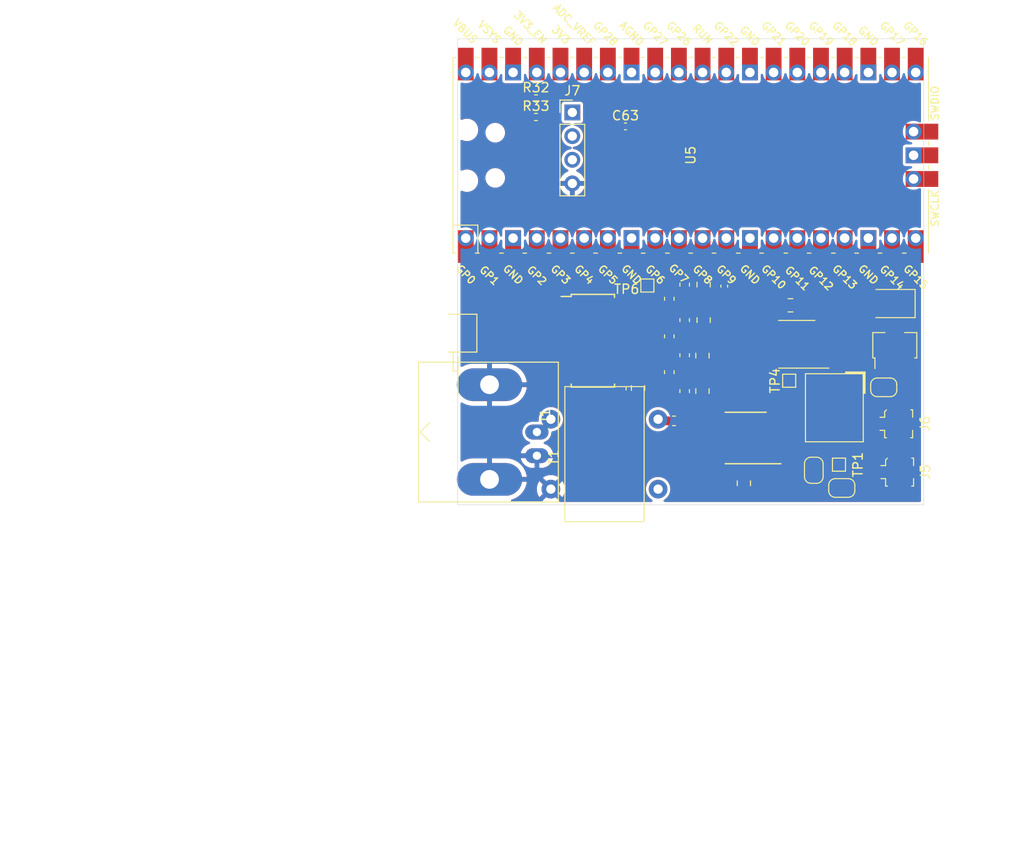
<source format=kicad_pcb>
(kicad_pcb (version 20210623) (generator pcbnew)
  (layers (0 "F.Cu" signal) (31 "B.Cu" signal) (34 "B.Paste" user) (35 "F.Paste" user) (36 "B.SilkS" user "B.Silkscreen") (37 "F.SilkS" user "F.Silkscreen") (38 "B.Mask" user) (39 "F.Mask" user) (44 "Edge.Cuts" user))
  (net 0 "")
  (net 1 "RF_DDS")
  (net 2 "GND")
  (net 3 "PSEL1")
  (net 4 "Net-(C13-Pad2)")
  (net 5 "PSEL0")
  (net 6 "Net-(C18-Pad1)")
  (net 7 "Net-(C4-Pad2)")
  (net 8 "Net-(C7-Pad2)")
  (net 9 "Net-(C10-Pad2)")
  (net 10 "Net-(C17-Pad2)")
  (net 11 "Net-(C11-Pad2)")
  (net 12 "5V_DIGITAL")
  (net 13 "FSELECT")
  (net 14 "Net-(C27-Pad1)")
  (net 15 "Net-(C36-Pad1)")
  (net 16 "Net-(T1-Pad2)")
  (net 17 "Net-(T1-Pad1)")
  (net 18 "5V_ANALOG")
  (net 19 "Net-(JP1-Pad1)")
  (net 20 "/DDSSynthesizer/MCLK")
  (net 21 "Net-(C47-Pad2)")
  (net 22 "Net-(C41-Pad1)")
  (net 23 "Net-(J6-Pad1)")
  (net 24 "Net-(JP2-Pad2)")
  (net 25 "Net-(C51-Pad2)")
  (net 26 "9V")
  (net 27 "Net-(C17-Pad1)")
  (net 28 "Net-(C15-Pad2)")
  (net 29 "Net-(C52-Pad1)")
  (net 30 "Net-(R44-Pad1)")
  (net 31 "Net-(C1-Pad2)")
  (net 33 "SPI1_MOSI")
  (net 34 "SPI1_SCK")
  (net 77 "SCL")
  (net 78 "SDA")
  (footprint "Resistor_SMD:R_0402_1005Metric" (layer "F.Cu") (at 133 90.815 -90)
    (fp_text reference "R1" hide)
    (fp_text value "49R9")
    (pad "1" smd roundrect locked (at -0.485 0 270) (size 0.59 0.64) (layers "F.Cu" "F.Paste" "F.Mask") (net 9 "Net-(C10-Pad2)"))
    (pad "2" smd roundrect locked (at 0.485 0 270) (size 0.59 0.64) (layers "F.Cu" "F.Paste" "F.Mask") (net 2 "GND"))
  )
  (footprint "Resistor_SMD:R_0402_1005Metric" (layer "F.Cu") (at 130.8 94)
    (fp_text reference "R2" hide)
    (fp_text value "10k")
    (pad "1" smd roundrect locked (at -0.485 0) (size 0.59 0.64) (layers "F.Cu" "F.Paste" "F.Mask") (net 2 "GND"))
    (pad "2" smd roundrect locked (at 0.485 0) (size 0.59 0.64) (layers "F.Cu" "F.Paste" "F.Mask") (net 3 "PSEL1"))
  )
  (footprint "Resistor_SMD:R_0402_1005Metric" (layer "F.Cu") (at 130.8 95.1)
    (fp_text reference "R28" hide)
    (fp_text value "10k")
    (pad "1" smd roundrect locked (at -0.485 0) (size 0.59 0.64) (layers "F.Cu" "F.Paste" "F.Mask") (net 2 "GND"))
    (pad "2" smd roundrect locked (at 0.485 0) (size 0.59 0.64) (layers "F.Cu" "F.Paste" "F.Mask") (net 5 "PSEL0"))
  )
  (footprint "Resistor_SMD:R_0402_1005Metric" (layer "F.Cu") (at 138.1766 99.3788 -90)
    (fp_text reference "R30" hide)
    (fp_text value "49R9")
    (pad "1" smd roundrect locked (at -0.485 0 270) (size 0.59 0.64) (layers "F.Cu" "F.Paste" "F.Mask") (net 6 "Net-(C18-Pad1)"))
    (pad "2" smd roundrect locked (at 0.485 0 270) (size 0.59 0.64) (layers "F.Cu" "F.Paste" "F.Mask") (net 2 "GND"))
  )
  (footprint "Capacitor_SMD:C_0402_1005Metric" (layer "F.Cu") (at 134.1 99.5 -90)
    (fp_text reference "C8" hide)
    (fp_text value "100n")
    (pad "1" smd roundrect locked (at -0.485 0 270) (size 0.59 0.64) (layers "F.Cu" "F.Paste" "F.Mask") (net 27 "Net-(C17-Pad1)"))
    (pad "2" smd roundrect locked (at 0.485 0 270) (size 0.59 0.64) (layers "F.Cu" "F.Paste" "F.Mask") (net 2 "GND"))
  )
  (footprint "Capacitor_SMD:C_0603_1608Metric" (layer "F.Cu") (at 128.201 93.4995)
    (fp_text reference "C10" hide)
    (fp_text value "560p")
    (pad "1" smd roundrect locked (at -0.7875 0) (size 0.875 0.95) (layers "F.Cu" "F.Paste" "F.Mask") (net 2 "GND"))
    (pad "2" smd roundrect locked (at 0.7875 0) (size 0.875 0.95) (layers "F.Cu" "F.Paste" "F.Mask") (net 9 "Net-(C10-Pad2)"))
  )
  (footprint "Capacitor_SMD:C_0402_1005Metric" (layer "F.Cu") (at 133 99.515 -90)
    (fp_text reference "C17" hide)
    (fp_text value "10n")
    (pad "1" smd roundrect locked (at -0.485 0 270) (size 0.59 0.64) (layers "F.Cu" "F.Paste" "F.Mask") (net 27 "Net-(C17-Pad1)"))
    (pad "2" smd roundrect locked (at 0.485 0 270) (size 0.59 0.64) (layers "F.Cu" "F.Paste" "F.Mask") (net 10 "Net-(C17-Pad2)"))
  )
  (footprint "Capacitor_SMD:C_0402_1005Metric" (layer "F.Cu") (at 139.2942 99.3788 -90)
    (fp_text reference "C18" hide)
    (fp_text value "10n")
    (pad "1" smd roundrect locked (at -0.485 0 270) (size 0.59 0.64) (layers "F.Cu" "F.Paste" "F.Mask") (net 6 "Net-(C18-Pad1)"))
    (pad "2" smd roundrect locked (at 0.485 0 270) (size 0.59 0.64) (layers "F.Cu" "F.Paste" "F.Mask") (net 2 "GND"))
  )
  (footprint "Package_SO:SOIC-8_3.9x4.9mm_P1.27mm" (layer "F.Cu") (at 141.3728 85.2788 180)
    (fp_text reference "U1" hide)
    (fp_text value "TC1107-3.3VOA")
    (pad "1" smd roundrect locked (at -2.475 -1.905 180) (size 1.95 0.6) (layers "F.Cu" "F.Paste" "F.Mask") (net 8 "Net-(C7-Pad2)"))
    (pad "2" smd roundrect locked (at -2.475 -0.635 180) (size 1.95 0.6) (layers "F.Cu" "F.Paste" "F.Mask") (net 2 "GND"))
    (pad "3" smd roundrect locked (at -2.475 0.635 180) (size 1.95 0.6) (layers "F.Cu" "F.Paste" "F.Mask"))
    (pad "4" smd roundrect locked (at -2.475 1.905 180) (size 1.95 0.6) (layers "F.Cu" "F.Paste" "F.Mask") (net 7 "Net-(C4-Pad2)"))
    (pad "5" smd roundrect locked (at 2.475 1.905 180) (size 1.95 0.6) (layers "F.Cu" "F.Paste" "F.Mask") (net 31 "Net-(C1-Pad2)"))
    (pad "6" smd roundrect locked (at 2.475 0.635 180) (size 1.95 0.6) (layers "F.Cu" "F.Paste" "F.Mask"))
    (pad "7" smd roundrect locked (at 2.475 -0.635 180) (size 1.95 0.6) (layers "F.Cu" "F.Paste" "F.Mask"))
    (pad "8" smd roundrect locked (at 2.475 -1.905 180) (size 1.95 0.6) (layers "F.Cu" "F.Paste" "F.Mask") (net 31 "Net-(C1-Pad2)"))
  )
  (footprint "Package_SO:TSSOP-16_4.4x5mm_P0.65mm" (layer "F.Cu") (at 135.9 95.3002 180)
    (fp_text reference "U4" hide)
    (fp_text value "AD9832")
    (pad "1" smd rect locked (at -2.95 -2.275 180) (size 1.5 0.45) (layers "F.Cu" "F.Paste" "F.Mask") (net 6 "Net-(C18-Pad1)"))
    (pad "2" smd rect locked (at -2.95 -1.625 180) (size 1.5 0.45) (layers "F.Cu" "F.Paste" "F.Mask") (net 24 "Net-(JP2-Pad2)"))
    (pad "3" smd rect locked (at -2.95 -0.975 180) (size 1.5 0.45) (layers "F.Cu" "F.Paste" "F.Mask") (net 22 "Net-(C41-Pad1)"))
    (pad "4" smd rect locked (at -2.95 -0.325 180) (size 1.5 0.45) (layers "F.Cu" "F.Paste" "F.Mask") (net 12 "5V_DIGITAL"))
    (pad "5" smd rect locked (at -2.95 0.325 180) (size 1.5 0.45) (layers "F.Cu" "F.Paste" "F.Mask") (net 2 "GND"))
    (pad "6" smd rect locked (at -2.95 0.975 180) (size 1.5 0.45) (layers "F.Cu" "F.Paste" "F.Mask") (net 20 "/DDSSynthesizer/MCLK"))
    (pad "7" smd rect locked (at -2.95 1.625 180) (size 1.5 0.45) (layers "F.Cu" "F.Paste" "F.Mask") (net 34 "SPI1_SCK"))
    (pad "8" smd rect locked (at -2.95 2.275 180) (size 1.5 0.45) (layers "F.Cu" "F.Paste" "F.Mask") (net 33 "SPI1_MOSI"))
    (pad "9" smd rect locked (at 2.95 2.275 180) (size 1.5 0.45) (layers "F.Cu" "F.Paste" "F.Mask"))
    (pad "10" smd rect locked (at 2.95 1.625 180) (size 1.5 0.45) (layers "F.Cu" "F.Paste" "F.Mask") (net 13 "FSELECT"))
    (pad "11" smd rect locked (at 2.95 0.975 180) (size 1.5 0.45) (layers "F.Cu" "F.Paste" "F.Mask") (net 3 "PSEL1"))
    (pad "12" smd rect locked (at 2.95 0.325 180) (size 1.5 0.45) (layers "F.Cu" "F.Paste" "F.Mask") (net 5 "PSEL0"))
    (pad "13" smd rect locked (at 2.95 -0.325 180) (size 1.5 0.45) (layers "F.Cu" "F.Paste" "F.Mask") (net 2 "GND"))
    (pad "14" smd rect locked (at 2.95 -0.975 180) (size 1.5 0.45) (layers "F.Cu" "F.Paste" "F.Mask") (net 9 "Net-(C10-Pad2)"))
    (pad "15" smd rect locked (at 2.95 -1.625 180) (size 1.5 0.45) (layers "F.Cu" "F.Paste" "F.Mask") (net 27 "Net-(C17-Pad1)"))
    (pad "16" smd rect locked (at 2.95 -2.275 180) (size 1.5 0.45) (layers "F.Cu" "F.Paste" "F.Mask") (net 10 "Net-(C17-Pad2)"))
  )
  (footprint "Capacitor_SMD:C_0402_1005Metric" (layer "F.Cu") (at 140.5 95.3 90)
    (fp_text reference "C20" hide)
    (fp_text value "100n")
    (pad "1" smd roundrect locked (at -0.485 0 90) (size 0.59 0.64) (layers "F.Cu" "F.Paste" "F.Mask") (net 12 "5V_DIGITAL"))
    (pad "2" smd roundrect locked (at 0.485 0 90) (size 0.59 0.64) (layers "F.Cu" "F.Paste" "F.Mask") (net 2 "GND"))
  )
  (footprint "MCU_RaspberryPi_and_Boards:RPi_Pico_SMD_TH" (layer "F.Cu") (at 130 65 90)
    (fp_text reference "U5" (at 0 0 90) (layer "F.SilkS"))
    (fp_text value "RP2040")
    (fp_text user "GP8" (at -12.8 1.27 135) (layer "F.SilkS") (effects (font (size 0.8 0.8))))
    (fp_text user "RUN" (at 13 1.27 135) (layer "F.SilkS") (effects (font (size 0.8 0.8))))
    (fp_text user "GP20" (at 13.054 11.43 135) (layer "F.SilkS") (effects (font (size 0.8 0.8))))
    (fp_text user "ADC_VREF" (at 14 -12.5 135) (layer "F.SilkS") (effects (font (size 0.8 0.8))))
    (fp_text user "GND" (at -12.8 19.05 135) (layer "F.SilkS") (effects (font (size 0.8 0.8))))
    (fp_text user "SWCLK" (at -5.7 26.2 90) (layer "F.SilkS") (effects (font (size 0.8 0.8))))
    (fp_text user "GND" (at 12.8 -19.05 135) (layer "F.SilkS") (effects (font (size 0.8 0.8))))
    (fp_text user "GND" (at -12.8 -19.05 135) (layer "F.SilkS") (effects (font (size 0.8 0.8))))
    (fp_text user "GP9" (at -12.8 3.81 135) (layer "F.SilkS") (effects (font (size 0.8 0.8))))
    (fp_text user "VBUS" (at 13.3 -24.2 135) (layer "F.SilkS") (effects (font (size 0.8 0.8))))
    (fp_text user "GP13" (at -13.054 16.51 135) (layer "F.SilkS") (effects (font (size 0.8 0.8))))
    (fp_text user "GP0" (at -12.8 -24.13 135) (layer "F.SilkS") (effects (font (size 0.8 0.8))))
    (fp_text user "GP7" (at -12.7 -1.3 135) (layer "F.SilkS") (effects (font (size 0.8 0.8))))
    (fp_text user "GP5" (at -12.8 -8.89 135) (layer "F.SilkS") (effects (font (size 0.8 0.8))))
    (fp_text user "SWDIO" (at 5.6 26.2 90) (layer "F.SilkS") (effects (font (size 0.8 0.8))))
    (fp_text user "GND" (at 12.8 19.05 135) (layer "F.SilkS") (effects (font (size 0.8 0.8))))
    (fp_text user "3V3_EN" (at 13.7 -17.2 135) (layer "F.SilkS") (effects (font (size 0.8 0.8))))
    (fp_text user "GP10" (at -13.054 8.89 135) (layer "F.SilkS") (effects (font (size 0.8 0.8))))
    (fp_text user "GP17" (at 13.054 21.59 135) (layer "F.SilkS") (effects (font (size 0.8 0.8))))
    (fp_text user "GP15" (at -13.054 24.13 135) (layer "F.SilkS") (effects (font (size 0.8 0.8))))
    (fp_text user "GP27" (at 13.054 -3.8 135) (layer "F.SilkS") (effects (font (size 0.8 0.8))))
    (fp_text user "3V3" (at 12.9 -13.9 135) (layer "F.SilkS") (effects (font (size 0.8 0.8))))
    (fp_text user "GP2" (at -12.9 -16.51 135) (layer "F.SilkS") (effects (font (size 0.8 0.8))))
    (fp_text user "GP14" (at -13.1 21.59 135) (layer "F.SilkS") (effects (font (size 0.8 0.8))))
    (fp_text user "GP4" (at -12.8 -11.43 135) (layer "F.SilkS") (effects (font (size 0.8 0.8))))
    (fp_text user "GP19" (at 13.054 13.97 135) (layer "F.SilkS") (effects (font (size 0.8 0.8))))
    (fp_text user "GP1" (at -12.9 -21.6 135) (layer "F.SilkS") (effects (font (size 0.8 0.8))))
    (fp_text user "GP16" (at 13.054 24.13 135) (layer "F.SilkS") (effects (font (size 0.8 0.8))))
    (fp_text user "GP21" (at 13.054 8.9 135) (layer "F.SilkS") (effects (font (size 0.8 0.8))))
    (fp_text user "GP18" (at 13.054 16.51 135) (layer "F.SilkS") (effects (font (size 0.8 0.8))))
    (fp_text user "AGND" (at 13.054 -6.35 135) (layer "F.SilkS") (effects (font (size 0.8 0.8))))
    (fp_text user "GP3" (at -12.8 -13.97 135) (layer "F.SilkS") (effects (font (size 0.8 0.8))))
    (fp_text user "GND" (at -12.8 6.35 135) (layer "F.SilkS") (effects (font (size 0.8 0.8))))
    (fp_text user "GP22" (at 13.054 3.81 135) (layer "F.SilkS") (effects (font (size 0.8 0.8))))
    (fp_text user "GP12" (at -13.2 13.97 135) (layer "F.SilkS") (effects (font (size 0.8 0.8))))
    (fp_text user "GP28" (at 13.054 -9.144 135) (layer "F.SilkS") (effects (font (size 0.8 0.8))))
    (fp_text user "GND" (at 12.8 6.35 135) (layer "F.SilkS") (effects (font (size 0.8 0.8))))
    (fp_text user "GP26" (at 13.054 -1.27 135) (layer "F.SilkS") (effects (font (size 0.8 0.8))))
    (fp_text user "GP11" (at -13.2 11.43 135) (layer "F.SilkS") (effects (font (size 0.8 0.8))))
    (fp_text user "VSYS" (at 13.2 -21.59 135) (layer "F.SilkS") (effects (font (size 0.8 0.8))))
    (fp_text user "GND" (at -12.8 -6.35 135) (layer "F.SilkS") (effects (font (size 0.8 0.8))))
    (fp_text user "GP6" (at -12.8 -3.81 135) (layer "F.SilkS") (effects (font (size 0.8 0.8))))
    (pad "" np_thru_hole oval locked (at -2.425 -20.97 90) (size 1.5 1.5) (drill 1.5) (layers *.Cu *.Mask))
    (pad "" np_thru_hole oval locked (at 2.425 -20.97 90) (size 1.5 1.5) (drill 1.5) (layers *.Cu *.Mask))
    (pad "" np_thru_hole oval locked (at 2.725 -24 90) (size 1.8 1.8) (drill 1.8) (layers *.Cu *.Mask))
    (pad "" np_thru_hole oval locked (at -2.725 -24 90) (size 1.8 1.8) (drill 1.8) (layers *.Cu *.Mask))
    (pad "1" thru_hole oval locked (at -8.89 -24.13 90) (size 1.7 1.7) (drill 1.02) (layers *.Cu *.Mask))
    (pad "1" smd rect locked (at -8.89 -24.13 90) (size 3.5 1.7) (drill (offset -0.9 0)) (layers "F.Cu" "F.Mask"))
    (pad "2" thru_hole oval locked (at -8.89 -21.59 90) (size 1.7 1.7) (drill 1.02) (layers *.Cu *.Mask))
    (pad "2" smd rect locked (at -8.89 -21.59 90) (size 3.5 1.7) (drill (offset -0.9 0)) (layers "F.Cu" "F.Mask"))
    (pad "3" thru_hole rect locked (at -8.89 -19.05 90) (size 1.7 1.7) (drill 1.02) (layers *.Cu *.Mask))
    (pad "3" smd rect locked (at -8.89 -19.05 90) (size 3.5 1.7) (drill (offset -0.9 0)) (layers "F.Cu" "F.Mask"))
    (pad "4" smd rect locked (at -8.89 -16.51 90) (size 3.5 1.7) (drill (offset -0.9 0)) (layers "F.Cu" "F.Mask"))
    (pad "4" thru_hole oval locked (at -8.89 -16.51 90) (size 1.7 1.7) (drill 1.02) (layers *.Cu *.Mask))
    (pad "5" thru_hole oval locked (at -8.89 -13.97 90) (size 1.7 1.7) (drill 1.02) (layers *.Cu *.Mask))
    (pad "5" smd rect locked (at -8.89 -13.97 90) (size 3.5 1.7) (drill (offset -0.9 0)) (layers "F.Cu" "F.Mask"))
    (pad "6" thru_hole oval locked (at -8.89 -11.43 90) (size 1.7 1.7) (drill 1.02) (layers *.Cu *.Mask))
    (pad "6" smd rect locked (at -8.89 -11.43 90) (size 3.5 1.7) (drill (offset -0.9 0)) (layers "F.Cu" "F.Mask"))
    (pad "7" thru_hole oval locked (at -8.89 -8.89 90) (size 1.7 1.7) (drill 1.02) (layers *.Cu *.Mask))
    (pad "7" smd rect locked (at -8.89 -8.89 90) (size 3.5 1.7) (drill (offset -0.9 0)) (layers "F.Cu" "F.Mask"))
    (pad "8" smd rect locked (at -8.89 -6.35 90) (size 3.5 1.7) (drill (offset -0.9 0)) (layers "F.Cu" "F.Mask"))
    (pad "8" thru_hole rect locked (at -8.89 -6.35 90) (size 1.7 1.7) (drill 1.02) (layers *.Cu *.Mask))
    (pad "9" thru_hole oval locked (at -8.89 -3.81 90) (size 1.7 1.7) (drill 1.02) (layers *.Cu *.Mask))
    (pad "9" smd rect locked (at -8.89 -3.81 90) (size 3.5 1.7) (drill (offset -0.9 0)) (layers "F.Cu" "F.Mask"))
    (pad "10" smd rect locked (at -8.89 -1.27 90) (size 3.5 1.7) (drill (offset -0.9 0)) (layers "F.Cu" "F.Mask"))
    (pad "10" thru_hole oval locked (at -8.89 -1.27 90) (size 1.7 1.7) (drill 1.02) (layers *.Cu *.Mask))
    (pad "11" thru_hole oval locked (at -8.89 1.27 90) (size 1.7 1.7) (drill 1.02) (layers *.Cu *.Mask))
    (pad "11" smd rect locked (at -8.89 1.27 90) (size 3.5 1.7) (drill (offset -0.9 0)) (layers "F.Cu" "F.Mask"))
    (pad "12" thru_hole oval locked (at -8.89 3.81 90) (size 1.7 1.7) (drill 1.02) (layers *.Cu *.Mask))
    (pad "12" smd rect locked (at -8.89 3.81 90) (size 3.5 1.7) (drill (offset -0.9 0)) (layers "F.Cu" "F.Mask"))
    (pad "13" smd rect locked (at -8.89 6.35 90) (size 3.5 1.7) (drill (offset -0.9 0)) (layers "F.Cu" "F.Mask"))
    (pad "13" thru_hole rect locked (at -8.89 6.35 90) (size 1.7 1.7) (drill 1.02) (layers *.Cu *.Mask))
    (pad "14" thru_hole oval locked (at -8.89 8.89 90) (size 1.7 1.7) (drill 1.02) (layers *.Cu *.Mask))
    (pad "14" smd rect locked (at -8.89 8.89 90) (size 3.5 1.7) (drill (offset -0.9 0)) (layers "F.Cu" "F.Mask"))
    (pad "15" thru_hole oval locked (at -8.89 11.43 90) (size 1.7 1.7) (drill 1.02) (layers *.Cu *.Mask))
    (pad "15" smd rect locked (at -8.89 11.43 90) (size 3.5 1.7) (drill (offset -0.9 0)) (layers "F.Cu" "F.Mask"))
    (pad "16" smd rect locked (at -8.89 13.97 90) (size 3.5 1.7) (drill (offset -0.9 0)) (layers "F.Cu" "F.Mask"))
    (pad "16" thru_hole oval locked (at -8.89 13.97 90) (size 1.7 1.7) (drill 1.02) (layers *.Cu *.Mask))
    (pad "17" thru_hole oval locked (at -8.89 16.51 90) (size 1.7 1.7) (drill 1.02) (layers *.Cu *.Mask))
    (pad "17" smd rect locked (at -8.89 16.51 90) (size 3.5 1.7) (drill (offset -0.9 0)) (layers "F.Cu" "F.Mask"))
    (pad "18" thru_hole rect locked (at -8.89 19.05 90) (size 1.7 1.7) (drill 1.02) (layers *.Cu *.Mask))
    (pad "18" smd rect locked (at -8.89 19.05 90) (size 3.5 1.7) (drill (offset -0.9 0)) (layers "F.Cu" "F.Mask"))
    (pad "19" smd rect locked (at -8.89 21.59 90) (size 3.5 1.7) (drill (offset -0.9 0)) (layers "F.Cu" "F.Mask"))
    (pad "19" thru_hole oval locked (at -8.89 21.59 90) (size 1.7 1.7) (drill 1.02) (layers *.Cu *.Mask))
    (pad "20" smd rect locked (at -8.89 24.13 90) (size 3.5 1.7) (drill (offset -0.9 0)) (layers "F.Cu" "F.Mask"))
    (pad "20" thru_hole oval locked (at -8.89 24.13 90) (size 1.7 1.7) (drill 1.02) (layers *.Cu *.Mask))
    (pad "21" smd rect locked (at 8.89 24.13 90) (size 3.5 1.7) (drill (offset 0.9 0)) (layers "F.Cu" "F.Mask"))
    (pad "21" thru_hole oval locked (at 8.89 24.13 90) (size 1.7 1.7) (drill 1.02) (layers *.Cu *.Mask))
    (pad "22" thru_hole oval locked (at 8.89 21.59 90) (size 1.7 1.7) (drill 1.02) (layers *.Cu *.Mask))
    (pad "22" smd rect locked (at 8.89 21.59 90) (size 3.5 1.7) (drill (offset 0.9 0)) (layers "F.Cu" "F.Mask"))
    (pad "23" thru_hole rect locked (at 8.89 19.05 90) (size 1.7 1.7) (drill 1.02) (layers *.Cu *.Mask))
    (pad "23" smd rect locked (at 8.89 19.05 90) (size 3.5 1.7) (drill (offset 0.9 0)) (layers "F.Cu" "F.Mask"))
    (pad "24" thru_hole oval locked (at 8.89 16.51 90) (size 1.7 1.7) (drill 1.02) (layers *.Cu *.Mask))
    (pad "24" smd rect locked (at 8.89 16.51 90) (size 3.5 1.7) (drill (offset 0.9 0)) (layers "F.Cu" "F.Mask"))
    (pad "25" smd rect locked (at 8.89 13.97 90) (size 3.5 1.7) (drill (offset 0.9 0)) (layers "F.Cu" "F.Mask"))
    (pad "25" thru_hole oval locked (at 8.89 13.97 90) (size 1.7 1.7) (drill 1.02) (layers *.Cu *.Mask))
    (pad "26" thru_hole oval locked (at 8.89 11.43 90) (size 1.7 1.7) (drill 1.02) (layers *.Cu *.Mask))
    (pad "26" smd rect locked (at 8.89 11.43 90) (size 3.5 1.7) (drill (offset 0.9 0)) (layers "F.Cu" "F.Mask"))
    (pad "27" thru_hole oval locked (at 8.89 8.89 90) (size 1.7 1.7) (drill 1.02) (layers *.Cu *.Mask))
    (pad "27" smd rect locked (at 8.89 8.89 90) (size 3.5 1.7) (drill (offset 0.9 0)) (layers "F.Cu" "F.Mask"))
    (pad "28" smd rect locked (at 8.89 6.35 90) (size 3.5 1.7) (drill (offset 0.9 0)) (layers "F.Cu" "F.Mask"))
    (pad "28" thru_hole rect locked (at 8.89 6.35 90) (size 1.7 1.7) (drill 1.02) (layers *.Cu *.Mask))
    (pad "29" thru_hole oval locked (at 8.89 3.81 90) (size 1.7 1.7) (drill 1.02) (layers *.Cu *.Mask))
    (pad "29" smd rect locked (at 8.89 3.81 90) (size 3.5 1.7) (drill (offset 0.9 0)) (layers "F.Cu" "F.Mask"))
    (pad "30" smd rect locked (at 8.89 1.27 90) (size 3.5 1.7) (drill (offset 0.9 0)) (layers "F.Cu" "F.Mask"))
    (pad "30" thru_hole oval locked (at 8.89 1.27 90) (size 1.7 1.7) (drill 1.02) (layers *.Cu *.Mask))
    (pad "31" thru_hole oval locked (at 8.89 -1.27 90) (size 1.7 1.7) (drill 1.02) (layers *.Cu *.Mask))
    (pad "31" smd rect locked (at 8.89 -1.27 90) (size 3.5 1.7) (drill (offset 0.9 0)) (layers "F.Cu" "F.Mask"))
    (pad "32" thru_hole oval locked (at 8.89 -3.81 90) (size 1.7 1.7) (drill 1.02) (layers *.Cu *.Mask))
    (pad "32" smd rect locked (at 8.89 -3.81 90) (size 3.5 1.7) (drill (offset 0.9 0)) (layers "F.Cu" "F.Mask"))
    (pad "33" smd rect locked (at 8.89 -6.35 90) (size 3.5 1.7) (drill (offset 0.9 0)) (layers "F.Cu" "F.Mask"))
    (pad "33" thru_hole rect locked (at 8.89 -6.35 90) (size 1.7 1.7) (drill 1.02) (layers *.Cu *.Mask))
    (pad "34" thru_hole oval locked (at 8.89 -8.89 90) (size 1.7 1.7) (drill 1.02) (layers *.Cu *.Mask))
    (pad "34" smd rect locked (at 8.89 -8.89 90) (size 3.5 1.7) (drill (offset 0.9 0)) (layers "F.Cu" "F.Mask"))
    (pad "35" thru_hole oval locked (at 8.89 -11.43 90) (size 1.7 1.7) (drill 1.02) (layers *.Cu *.Mask))
    (pad "35" smd rect locked (at 8.89 -11.43 90) (size 3.5 1.7) (drill (offset 0.9 0)) (layers "F.Cu" "F.Mask"))
    (pad "36" smd rect locked (at 8.89 -13.97 90) (size 3.5 1.7) (drill (offset 0.9 0)) (layers "F.Cu" "F.Mask"))
    (pad "36" thru_hole oval locked (at 8.89 -13.97 90) (size 1.7 1.7) (drill 1.02) (layers *.Cu *.Mask))
    (pad "37" smd rect locked (at 8.89 -16.51 90) (size 3.5 1.7) (drill (offset 0.9 0)) (layers "F.Cu" "F.Mask"))
    (pad "37" thru_hole oval locked (at 8.89 -16.51 90) (size 1.7 1.7) (drill 1.02) (layers *.Cu *.Mask))
    (pad "38" smd rect locked (at 8.89 -19.05 90) (size 3.5 1.7) (drill (offset 0.9 0)) (layers "F.Cu" "F.Mask"))
    (pad "38" thru_hole rect locked (at 8.89 -19.05 90) (size 1.7 1.7) (drill 1.02) (layers *.Cu *.Mask))
    (pad "39" smd rect locked (at 8.89 -21.59 90) (size 3.5 1.7) (drill (offset 0.9 0)) (layers "F.Cu" "F.Mask"))
    (pad "39" thru_hole oval locked (at 8.89 -21.59 90) (size 1.7 1.7) (drill 1.02) (layers *.Cu *.Mask))
    (pad "40" smd rect locked (at 8.89 -24.13 90) (size 3.5 1.7) (drill (offset 0.9 0)) (layers "F.Cu" "F.Mask"))
    (pad "40" thru_hole oval locked (at 8.89 -24.13 90) (size 1.7 1.7) (drill 1.02) (layers *.Cu *.Mask))
    (pad "41" thru_hole oval locked (at -2.54 23.9 90) (size 1.7 1.7) (drill 1.02) (layers *.Cu *.Mask))
    (pad "41" smd rect locked (at -2.54 23.9 180) (size 3.5 1.7) (drill (offset -0.9 0)) (layers "F.Cu" "F.Mask"))
    (pad "42" thru_hole rect locked (at 0 23.9 90) (size 1.7 1.7) (drill 1.02) (layers *.Cu *.Mask))
    (pad "42" smd rect locked (at 0 23.9 180) (size 3.5 1.7) (drill (offset -0.9 0)) (layers "F.Cu" "F.Mask"))
    (pad "43" smd rect locked (at 2.54 23.9 180) (size 3.5 1.7) (drill (offset -0.9 0)) (layers "F.Cu" "F.Mask"))
    (pad "43" thru_hole oval locked (at 2.54 23.9 90) (size 1.7 1.7) (drill 1.02) (layers *.Cu *.Mask))
  )
  (footprint "Package_SO:TSSOP-28_4.4x9.7mm_P0.65mm" (layer "F.Cu") (at 119.5 84.9)
    (fp_text reference "U7" hide)
    (fp_text value "AD8325")
    (pad "1" smd rect locked (at -2.85 -4.225) (size 1.1 0.4) (layers "F.Cu" "F.Paste" "F.Mask"))
    (pad "2" smd rect locked (at -2.85 -3.575) (size 1.1 0.4) (layers "F.Cu" "F.Paste" "F.Mask") (net 33 "SPI1_MOSI"))
    (pad "3" smd rect locked (at -2.85 -2.925) (size 1.1 0.4) (layers "F.Cu" "F.Paste" "F.Mask") (net 34 "SPI1_SCK"))
    (pad "4" smd rect locked (at -2.85 -2.275) (size 1.1 0.4) (layers "F.Cu" "F.Paste" "F.Mask") (net 2 "GND"))
    (pad "5" smd rect locked (at -2.85 -1.625) (size 1.1 0.4) (layers "F.Cu" "F.Paste" "F.Mask") (net 14 "Net-(C27-Pad1)"))
    (pad "6" smd rect locked (at -2.85 -0.975) (size 1.1 0.4) (layers "F.Cu" "F.Paste" "F.Mask") (net 14 "Net-(C27-Pad1)"))
    (pad "7" smd rect locked (at -2.85 -0.325) (size 1.1 0.4) (layers "F.Cu" "F.Paste" "F.Mask") (net 14 "Net-(C27-Pad1)"))
    (pad "8" smd rect locked (at -2.85 0.325) (size 1.1 0.4) (layers "F.Cu" "F.Paste" "F.Mask") (net 2 "GND"))
    (pad "9" smd rect locked (at -2.85 0.975) (size 1.1 0.4) (layers "F.Cu" "F.Paste" "F.Mask") (net 14 "Net-(C27-Pad1)"))
    (pad "10" smd rect locked (at -2.85 1.625) (size 1.1 0.4) (layers "F.Cu" "F.Paste" "F.Mask") (net 14 "Net-(C27-Pad1)"))
    (pad "11" smd rect locked (at -2.85 2.275) (size 1.1 0.4) (layers "F.Cu" "F.Paste" "F.Mask") (net 2 "GND"))
    (pad "12" smd rect locked (at -2.85 2.925) (size 1.1 0.4) (layers "F.Cu" "F.Paste" "F.Mask") (net 2 "GND"))
    (pad "13" smd rect locked (at -2.85 3.575) (size 1.1 0.4) (layers "F.Cu" "F.Paste" "F.Mask") (net 2 "GND"))
    (pad "14" smd rect locked (at -2.85 4.225) (size 1.1 0.4) (layers "F.Cu" "F.Paste" "F.Mask") (net 17 "Net-(T1-Pad1)"))
    (pad "15" smd rect locked (at 2.85 4.225) (size 1.1 0.4) (layers "F.Cu" "F.Paste" "F.Mask") (net 16 "Net-(T1-Pad2)"))
    (pad "16" smd rect locked (at 2.85 3.575) (size 1.1 0.4) (layers "F.Cu" "F.Paste" "F.Mask") (net 2 "GND"))
    (pad "17" smd rect locked (at 2.85 2.925) (size 1.1 0.4) (layers "F.Cu" "F.Paste" "F.Mask") (net 2 "GND"))
    (pad "18" smd rect locked (at 2.85 2.275) (size 1.1 0.4) (layers "F.Cu" "F.Paste" "F.Mask") (net 2 "GND"))
    (pad "19" smd rect locked (at 2.85 1.625) (size 1.1 0.4) (layers "F.Cu" "F.Paste" "F.Mask") (net 14 "Net-(C27-Pad1)"))
    (pad "20" smd rect locked (at 2.85 0.975) (size 1.1 0.4) (layers "F.Cu" "F.Paste" "F.Mask") (net 14 "Net-(C27-Pad1)"))
    (pad "21" smd rect locked (at 2.85 0.325) (size 1.1 0.4) (layers "F.Cu" "F.Paste" "F.Mask") (net 15 "Net-(C36-Pad1)"))
    (pad "22" smd rect locked (at 2.85 -0.325) (size 1.1 0.4) (layers "F.Cu" "F.Paste" "F.Mask") (net 2 "GND"))
    (pad "23" smd rect locked (at 2.85 -0.975) (size 1.1 0.4) (layers "F.Cu" "F.Paste" "F.Mask") (net 14 "Net-(C27-Pad1)"))
    (pad "24" smd rect locked (at 2.85 -1.625) (size 1.1 0.4) (layers "F.Cu" "F.Paste" "F.Mask") (net 2 "GND"))
    (pad "25" smd rect locked (at 2.85 -2.275) (size 1.1 0.4) (layers "F.Cu" "F.Paste" "F.Mask") (net 30 "Net-(R44-Pad1)"))
    (pad "26" smd rect locked (at 2.85 -2.925) (size 1.1 0.4) (layers "F.Cu" "F.Paste" "F.Mask") (net 25 "Net-(C51-Pad2)"))
    (pad "27" smd rect locked (at 2.85 -3.575) (size 1.1 0.4) (layers "F.Cu" "F.Paste" "F.Mask") (net 14 "Net-(C27-Pad1)"))
    (pad "28" smd rect locked (at 2.85 -4.225) (size 1.1 0.4) (layers "F.Cu" "F.Paste" "F.Mask") (net 2 "GND"))
  )
  (footprint "Capacitor_SMD:C_0402_1005Metric" (layer "F.Cu") (at 124.35 86.634)
    (fp_text reference "C30" hide)
    (fp_text value "100n")
    (pad "1" smd roundrect locked (at -0.485 0) (size 0.59 0.64) (layers "F.Cu" "F.Paste" "F.Mask") (net 14 "Net-(C27-Pad1)"))
    (pad "2" smd roundrect locked (at 0.485 0) (size 0.59 0.64) (layers "F.Cu" "F.Paste" "F.Mask") (net 2 "GND"))
  )
  (footprint "Capacitor_SMD:C_0402_1005Metric" (layer "F.Cu") (at 124.35 85.618)
    (fp_text reference "C31" hide)
    (fp_text value "100n")
    (pad "1" smd roundrect locked (at -0.485 0) (size 0.59 0.64) (layers "F.Cu" "F.Paste" "F.Mask") (net 14 "Net-(C27-Pad1)"))
    (pad "2" smd roundrect locked (at 0.485 0) (size 0.59 0.64) (layers "F.Cu" "F.Paste" "F.Mask") (net 2 "GND"))
  )
  (footprint "Capacitor_SMD:C_0402_1005Metric" (layer "F.Cu") (at 124.35 83.575)
    (fp_text reference "C32" hide)
    (fp_text value "100n")
    (pad "1" smd roundrect locked (at -0.485 0) (size 0.59 0.64) (layers "F.Cu" "F.Paste" "F.Mask") (net 14 "Net-(C27-Pad1)"))
    (pad "2" smd roundrect locked (at 0.485 0) (size 0.59 0.64) (layers "F.Cu" "F.Paste" "F.Mask") (net 2 "GND"))
  )
  (footprint "Capacitor_SMD:C_0402_1005Metric" (layer "F.Cu") (at 124.35 87.675)
    (fp_text reference "C34" hide)
    (fp_text value "100n")
    (pad "1" smd roundrect locked (at -0.485 0) (size 0.59 0.64) (layers "F.Cu" "F.Paste" "F.Mask") (net 14 "Net-(C27-Pad1)"))
    (pad "2" smd roundrect locked (at 0.485 0) (size 0.59 0.64) (layers "F.Cu" "F.Paste" "F.Mask") (net 2 "GND"))
  )
  (footprint "Capacitor_SMD:C_0402_1005Metric" (layer "F.Cu") (at 124.35 84.575)
    (fp_text reference "C36" hide)
    (fp_text value "100n")
    (pad "1" smd roundrect locked (at -0.485 0) (size 0.59 0.64) (layers "F.Cu" "F.Paste" "F.Mask") (net 15 "Net-(C36-Pad1)"))
    (pad "2" smd roundrect locked (at 0.485 0) (size 0.59 0.64) (layers "F.Cu" "F.Paste" "F.Mask") (net 2 "GND"))
  )
  (footprint "TestPoint:TestPoint_Pad_1.0x1.0mm" (layer "F.Cu") (at 140.56 89.1904 180)
    (fp_text reference "TP4" (at 1.524 0 90) (layer "F.SilkS"))
    (fp_text value "TestPoint")
    (pad "1" smd rect locked (at 0 0 180) (size 1 1) (layers "F.Cu" "F.Mask") (net 8 "Net-(C7-Pad2)"))
  )
  (footprint "Inductor_SMD:L_0805_2012Metric" (layer "F.Cu") (at 124.35 89.975 -90)
    (fp_text reference "L9" hide)
    (fp_text value "10u")
    (pad "1" smd roundrect locked (at -0.9375 0 270) (size 0.975 1.4) (layers "F.Cu" "F.Paste" "F.Mask") (net 18 "5V_ANALOG"))
    (pad "2" smd roundrect locked (at 0.9375 0 270) (size 0.975 1.4) (layers "F.Cu" "F.Paste" "F.Mask") (net 14 "Net-(C27-Pad1)"))
  )
  (footprint "Capacitor_SMD:C_0402_1005Metric" (layer "F.Cu") (at 143.1 96.6 180)
    (fp_text reference "C47" hide)
    (fp_text value "15p")
    (pad "1" smd roundrect locked (at -0.485 0 180) (size 0.59 0.64) (layers "F.Cu" "F.Paste" "F.Mask") (net 2 "GND"))
    (pad "2" smd roundrect locked (at 0.485 0 180) (size 0.59 0.64) (layers "F.Cu" "F.Paste" "F.Mask") (net 21 "Net-(C47-Pad2)"))
  )
  (footprint "Jumper:SolderJumper-2_P1.3mm_Open_RoundedPad1.0x1.5mm" (layer "F.Cu") (at 150.7 89.9016)
    (fp_text reference "JP1" hide)
    (fp_text value "SolderJumper_2_Open")
    (pad "1" smd custom locked (at -0.65 0) (size 1 0.5) (layers "F.Cu" "F.Mask") (net 19 "Net-(JP1-Pad1)") (options (clearance outline) (anchor rect)) (primitives (gr_circle (center 0 0.25) (end 0.5 0.25) (width 0) (fill yes)) (gr_circle (center 0 -0.25) (end 0.5 -0.25) (width 0) (fill yes)) (gr_poly (pts (xy 0 -0.75) (xy 0.5 -0.75) (xy 0.5 0.75) (xy 0 0.75)) (width 0) (fill yes))))
    (pad "2" smd custom locked (at 0.65 0) (size 1 0.5) (layers "F.Cu" "F.Mask") (net 2 "GND") (options (clearance outline) (anchor rect)) (primitives (gr_circle (center 0 0.25) (end 0.5 0.25) (width 0) (fill yes)) (gr_circle (center 0 -0.25) (end 0.5 -0.25) (width 0) (fill yes)) (gr_poly (pts (xy 0 -0.75) (xy -0.5 -0.75) (xy -0.5 0.75) (xy 0 0.75)) (width 0) (fill yes))))
  )
  (footprint "DDSFunctionGenerator:LF_SPXO018035" (layer "F.Cu") (at 148.305 88.645 -90)
    (fp_text reference "X1" hide)
    (fp_text value "XO91")
    (pad "1" smd rect locked (at 0.9 0.8 270) (size 2 1.8) (layers "F.Cu" "F.Paste" "F.Mask") (net 19 "Net-(JP1-Pad1)"))
    (pad "2" smd rect locked (at 6 0.8 270) (size 2 1.8) (layers "F.Cu" "F.Paste" "F.Mask") (net 2 "GND"))
    (pad "3" smd rect locked (at 6 5 270) (size 2 1.8) (layers "F.Cu" "F.Paste" "F.Mask") (net 21 "Net-(C47-Pad2)"))
    (pad "4" smd rect locked (at 0.9 5 270) (size 2 1.8) (layers "F.Cu" "F.Paste" "F.Mask") (net 8 "Net-(C7-Pad2)"))
  )
  (footprint "Capacitor_SMD:C_0402_1005Metric" (layer "F.Cu") (at 124.35 80.538)
    (fp_text reference "C35" hide)
    (fp_text value "100n")
    (pad "1" smd roundrect locked (at -0.485 0) (size 0.59 0.64) (layers "F.Cu" "F.Paste" "F.Mask") (net 14 "Net-(C27-Pad1)"))
    (pad "2" smd roundrect locked (at 0.485 0) (size 0.59 0.64) (layers "F.Cu" "F.Paste" "F.Mask") (net 2 "GND"))
  )
  (footprint "Inductor_SMD:L_0805_2012Metric" (layer "F.Cu") (at 131.256 90.306 90)
    (fp_text reference "L5" hide)
    (fp_text value "1u8")
    (pad "1" smd roundrect locked (at -0.9375 0 90) (size 0.975 1.4) (layers "F.Cu" "F.Paste" "F.Mask") (net 9 "Net-(C10-Pad2)"))
    (pad "2" smd roundrect locked (at 0.9375 0 90) (size 0.975 1.4) (layers "F.Cu" "F.Paste" "F.Mask") (net 11 "Net-(C11-Pad2)"))
  )
  (footprint "Capacitor_SMD:C_0402_1005Metric" (layer "F.Cu") (at 114.344 85.618 180)
    (fp_text reference "C28" hide)
    (fp_text value "100n")
    (pad "1" smd roundrect locked (at -0.485 0 180) (size 0.59 0.64) (layers "F.Cu" "F.Paste" "F.Mask") (net 14 "Net-(C27-Pad1)"))
    (pad "2" smd roundrect locked (at 0.485 0 180) (size 0.59 0.64) (layers "F.Cu" "F.Paste" "F.Mask") (net 2 "GND"))
  )
  (footprint "Capacitor_SMD:C_0402_1005Metric" (layer "F.Cu") (at 114.344 84.094 180)
    (fp_text reference "C27" hide)
    (fp_text value "100n")
    (pad "1" smd roundrect locked (at -0.485 0 180) (size 0.59 0.64) (layers "F.Cu" "F.Paste" "F.Mask") (net 14 "Net-(C27-Pad1)"))
    (pad "2" smd roundrect locked (at 0.485 0 180) (size 0.59 0.64) (layers "F.Cu" "F.Paste" "F.Mask") (net 2 "GND"))
  )
  (footprint "Capacitor_SMD:C_0402_1005Metric" (layer "F.Cu") (at 145.7 83.5 90)
    (fp_text reference "C4" hide)
    (fp_text value "470p")
    (pad "1" smd roundrect locked (at -0.485 0 90) (size 0.59 0.64) (layers "F.Cu" "F.Paste" "F.Mask") (net 2 "GND"))
    (pad "2" smd roundrect locked (at 0.485 0 90) (size 0.59 0.64) (layers "F.Cu" "F.Paste" "F.Mask") (net 7 "Net-(C4-Pad2)"))
  )
  (footprint "Connector_Coaxial:U.FL_Molex_MCRF_73412-0110_Vertical" (layer "F.Cu") (at 152.4 99 -90)
    (fp_text reference "J5" (at 0 -2.7656 90) (layer "F.SilkS"))
    (fp_text value "Conn_Coaxial")
    (pad "1" smd rect locked (at 0 1.5 270) (size 1 1) (layers "F.Cu" "F.Paste" "F.Mask") (net 22 "Net-(C41-Pad1)"))
    (pad "2" smd rect locked (at 1.475 0 270) (size 1.05 2.2) (layers "F.Cu" "F.Paste" "F.Mask") (net 2 "GND"))
    (pad "2" smd rect locked (at -1.475 0 270) (size 1.05 2.2) (layers "F.Cu" "F.Paste" "F.Mask") (net 2 "GND"))
    (pad "2" smd rect locked (at 0 -1.5 270) (size 1 1) (layers "F.Cu" "F.Paste" "F.Mask") (net 2 "GND"))
  )
  (footprint "Resistor_SMD:R_0402_1005Metric" (layer "F.Cu") (at 147.5 97.5 -90)
    (fp_text reference "R36" hide)
    (fp_text value "0R")
    (pad "1" smd roundrect locked (at -0.485 0 270) (size 0.59 0.64) (layers "F.Cu" "F.Paste" "F.Mask") (net 23 "Net-(J6-Pad1)"))
    (pad "2" smd roundrect locked (at 0.485 0 270) (size 0.59 0.64) (layers "F.Cu" "F.Paste" "F.Mask") (net 20 "/DDSSynthesizer/MCLK"))
  )
  (footprint "Resistor_SMD:R_0402_1005Metric" (layer "F.Cu") (at 148.6 97.5 90)
    (fp_text reference "R37" hide)
    (fp_text value "49R9")
    (pad "1" smd roundrect locked (at -0.485 0 90) (size 0.59 0.64) (layers "F.Cu" "F.Paste" "F.Mask") (net 2 "GND"))
    (pad "2" smd roundrect locked (at 0.485 0 90) (size 0.59 0.64) (layers "F.Cu" "F.Paste" "F.Mask") (net 23 "Net-(J6-Pad1)"))
  )
  (footprint "Capacitor_SMD:C_0402_1005Metric" (layer "F.Cu") (at 124.35 81.554 180)
    (fp_text reference "C51" hide)
    (fp_text value "100n")
    (pad "1" smd roundrect locked (at -0.485 0 180) (size 0.59 0.64) (layers "F.Cu" "F.Paste" "F.Mask") (net 1 "RF_DDS"))
    (pad "2" smd roundrect locked (at 0.485 0 180) (size 0.59 0.64) (layers "F.Cu" "F.Paste" "F.Mask") (net 25 "Net-(C51-Pad2)"))
  )
  (footprint "Capacitor_SMD:C_0402_1005Metric" (layer "F.Cu") (at 125.85 83.048601 -90)
    (fp_text reference "C52" hide)
    (fp_text value "100n")
    (pad "1" smd roundrect locked (at -0.485 0 270) (size 0.59 0.64) (layers "F.Cu" "F.Paste" "F.Mask") (net 29 "Net-(C52-Pad1)"))
    (pad "2" smd roundrect locked (at 0.485 0 270) (size 0.59 0.64) (layers "F.Cu" "F.Paste" "F.Mask") (net 2 "GND"))
  )
  (footprint "Resistor_SMD:R_0402_1005Metric" (layer "F.Cu") (at 124.35 82.57)
    (fp_text reference "R44" hide)
    (fp_text value "25R5")
    (pad "1" smd roundrect locked (at -0.485 0) (size 0.59 0.64) (layers "F.Cu" "F.Paste" "F.Mask") (net 30 "Net-(R44-Pad1)"))
    (pad "2" smd roundrect locked (at 0.485 0) (size 0.59 0.64) (layers "F.Cu" "F.Paste" "F.Mask") (net 29 "Net-(C52-Pad1)"))
  )
  (footprint "Capacitor_SMD:C_0603_1608Metric" (layer "F.Cu") (at 129.351 90.306 90)
    (fp_text reference "C12" hide)
    (fp_text value "91p")
    (pad "1" smd roundrect locked (at -0.7875 0 90) (size 0.875 0.95) (layers "F.Cu" "F.Paste" "F.Mask") (net 9 "Net-(C10-Pad2)"))
    (pad "2" smd roundrect locked (at 0.7875 0 90) (size 0.875 0.95) (layers "F.Cu" "F.Paste" "F.Mask") (net 11 "Net-(C11-Pad2)"))
  )
  (footprint "Capacitor_SMD:C_0603_1608Metric" (layer "F.Cu") (at 129.351 86.456 90)
    (fp_text reference "C13" hide)
    (fp_text value "430p")
    (pad "1" smd roundrect locked (at -0.7875 0 90) (size 0.875 0.95) (layers "F.Cu" "F.Paste" "F.Mask") (net 11 "Net-(C11-Pad2)"))
    (pad "2" smd roundrect locked (at 0.7875 0 90) (size 0.875 0.95) (layers "F.Cu" "F.Paste" "F.Mask") (net 4 "Net-(C13-Pad2)"))
  )
  (footprint "Capacitor_SMD:C_0603_1608Metric" (layer "F.Cu") (at 129.351 82.686 90)
    (fp_text reference "C15" hide)
    (fp_text value "330p")
    (pad "1" smd roundrect locked (at -0.7875 0 90) (size 0.875 0.95) (layers "F.Cu" "F.Paste" "F.Mask") (net 4 "Net-(C13-Pad2)"))
    (pad "2" smd roundrect locked (at 0.7875 0 90) (size 0.875 0.95) (layers "F.Cu" "F.Paste" "F.Mask") (net 28 "Net-(C15-Pad2)"))
  )
  (footprint "Capacitor_SMD:C_0603_1608Metric" (layer "F.Cu") (at 127.7 80.4 90)
    (fp_text reference "C16" hide)
    (fp_text value "470p")
    (pad "1" smd roundrect locked (at -0.7875 0 90) (size 0.875 0.95) (layers "F.Cu" "F.Paste" "F.Mask") (net 2 "GND"))
    (pad "2" smd roundrect locked (at 0.7875 0 90) (size 0.875 0.95) (layers "F.Cu" "F.Paste" "F.Mask") (net 28 "Net-(C15-Pad2)"))
  )
  (footprint "Inductor_SMD:L_0805_2012Metric" (layer "F.Cu") (at 131.256 86.496 90)
    (fp_text reference "L1" hide)
    (fp_text value "1u")
    (pad "1" smd roundrect locked (at -0.9375 0 90) (size 0.975 1.4) (layers "F.Cu" "F.Paste" "F.Mask") (net 11 "Net-(C11-Pad2)"))
    (pad "2" smd roundrect locked (at 0.9375 0 90) (size 0.975 1.4) (layers "F.Cu" "F.Paste" "F.Mask") (net 4 "Net-(C13-Pad2)"))
  )
  (footprint "Inductor_SMD:L_0805_2012Metric" (layer "F.Cu") (at 131.383 82.686 90)
    (fp_text reference "L4" hide)
    (fp_text value "1u")
    (pad "1" smd roundrect locked (at -0.9375 0 90) (size 0.975 1.4) (layers "F.Cu" "F.Paste" "F.Mask") (net 4 "Net-(C13-Pad2)"))
    (pad "2" smd roundrect locked (at 0.9375 0 90) (size 0.975 1.4) (layers "F.Cu" "F.Paste" "F.Mask") (net 28 "Net-(C15-Pad2)"))
  )
  (footprint "Inductor_SMD:L_0805_2012Metric" (layer "F.Cu") (at 131.383 78.876 90)
    (fp_text reference "L6" hide)
    (fp_text value "100n")
    (pad "1" smd roundrect locked (at -0.9375 0 90) (size 0.975 1.4) (layers "F.Cu" "F.Paste" "F.Mask") (net 28 "Net-(C15-Pad2)"))
    (pad "2" smd roundrect locked (at 0.9375 0 90) (size 0.975 1.4) (layers "F.Cu" "F.Paste" "F.Mask") (net 1 "RF_DDS"))
  )
  (footprint "Resistor_SMD:R_0402_1005Metric" (layer "F.Cu") (at 125.85 81.023 90)
    (fp_text reference "R3" hide)
    (fp_text value "53R6")
    (pad "1" smd roundrect locked (at -0.485 0 90) (size 0.59 0.64) (layers "F.Cu" "F.Paste" "F.Mask") (net 1 "RF_DDS"))
    (pad "2" smd roundrect locked (at 0.485 0 90) (size 0.59 0.64) (layers "F.Cu" "F.Paste" "F.Mask") (net 2 "GND"))
  )
  (footprint "Capacitor_SMD:C_0402_1005Metric" (layer "F.Cu") (at 133.597478 79.039635 90)
    (fp_text reference "C56" hide)
    (fp_text value "15p")
    (pad "1" smd roundrect locked (at -0.48 0 90) (size 0.56 0.62) (layers "F.Cu" "F.Paste" "F.Mask") (net 28 "Net-(C15-Pad2)"))
    (pad "2" smd roundrect locked (at 0.48 0 90) (size 0.56 0.62) (layers "F.Cu" "F.Paste" "F.Mask") (net 1 "RF_DDS"))
  )
  (footprint "Capacitor_SMD:C_0603_1608Metric" (layer "F.Cu") (at 129.351 78.876 90)
    (fp_text reference "C57" hide)
    (fp_text value "390p")
    (pad "1" smd roundrect locked (at -0.7875 0 90) (size 0.875 0.95) (layers "F.Cu" "F.Paste" "F.Mask") (net 28 "Net-(C15-Pad2)"))
    (pad "2" smd roundrect locked (at 0.7875 0 90) (size 0.875 0.95) (layers "F.Cu" "F.Paste" "F.Mask") (net 1 "RF_DDS"))
  )
  (footprint "Capacitor_SMD:C_0402_1005Metric" (layer "F.Cu") (at 143.3 81.1 -90)
    (fp_text reference "C58" hide)
    (fp_text value "100n")
    (pad "1" smd roundrect locked (at -0.485 0 270) (size 0.59 0.64) (layers "F.Cu" "F.Paste" "F.Mask") (net 18 "5V_ANALOG"))
    (pad "2" smd roundrect locked (at 0.485 0 270) (size 0.59 0.64) (layers "F.Cu" "F.Paste" "F.Mask") (net 2 "GND"))
  )
  (footprint "Inductor_SMD:L_0805_2012Metric" (layer "F.Cu") (at 140.7 81.1 180)
    (fp_text reference "L7" hide)
    (fp_text value "10u")
    (pad "1" smd roundrect locked (at -0.9375 0 180) (size 0.975 1.4) (layers "F.Cu" "F.Paste" "F.Mask") (net 18 "5V_ANALOG"))
    (pad "2" smd roundrect locked (at 0.9375 0 180) (size 0.975 1.4) (layers "F.Cu" "F.Paste" "F.Mask") (net 31 "Net-(C1-Pad2)"))
  )
  (footprint "Capacitor_SMD:C_0402_1005Metric" (layer "F.Cu") (at 138.2 81.115 -90)
    (fp_text reference "C1" hide)
    (fp_text value "1u")
    (pad "1" smd roundrect locked (at -0.485 0 270) (size 0.59 0.64) (layers "F.Cu" "F.Paste" "F.Mask") (net 2 "GND"))
    (pad "2" smd roundrect locked (at 0.485 0 270) (size 0.59 0.64) (layers "F.Cu" "F.Paste" "F.Mask") (net 31 "Net-(C1-Pad2)"))
  )
  (footprint "Capacitor_SMD:C_0402_1005Metric" (layer "F.Cu") (at 145.7 87 -90)
    (fp_text reference "C7" hide)
    (fp_text value "1u")
    (pad "1" smd roundrect locked (at -0.485 0 270) (size 0.59 0.64) (layers "F.Cu" "F.Paste" "F.Mask") (net 2 "GND"))
    (pad "2" smd roundrect locked (at 0.485 0 270) (size 0.59 0.64) (layers "F.Cu" "F.Paste" "F.Mask") (net 8 "Net-(C7-Pad2)"))
  )
  (footprint "Jumper:SolderJumper-2_P1.3mm_Open_RoundedPad1.0x1.5mm" (layer "F.Cu") (at 146.2 100.7 180)
    (fp_text reference "JP2" hide)
    (fp_text value "SolderJumper_2_Open")
    (pad "1" smd custom locked (at -0.65 0 180) (size 1 0.5) (layers "F.Cu" "F.Mask") (net 22 "Net-(C41-Pad1)") (options (clearance outline) (anchor rect)) (primitives (gr_circle (center 0 0.25) (end 0.5 0.25) (width 0) (fill yes)) (gr_circle (center 0 -0.25) (end 0.5 -0.25) (width 0) (fill yes)) (gr_poly (pts (xy 0 -0.75) (xy 0.5 -0.75) (xy 0.5 0.75) (xy 0 0.75)) (width 0) (fill yes))))
    (pad "2" smd custom locked (at 0.65 0 180) (size 1 0.5) (layers "F.Cu" "F.Mask") (net 24 "Net-(JP2-Pad2)") (options (clearance outline) (anchor rect)) (primitives (gr_circle (center 0 0.25) (end 0.5 0.25) (width 0) (fill yes)) (gr_circle (center 0 -0.25) (end 0.5 -0.25) (width 0) (fill yes)) (gr_poly (pts (xy 0 -0.75) (xy -0.5 -0.75) (xy -0.5 0.75) (xy 0 0.75)) (width 0) (fill yes))))
  )
  (footprint "TestPoint:TestPoint_Pad_1.0x1.0mm" (layer "F.Cu") (at 145.9 98.2 180)
    (fp_text reference "TP1" (at -2.032 0 90) (layer "F.SilkS"))
    (fp_text value "TestPoint")
    (pad "1" smd rect locked (at 0 0 180) (size 1 1) (layers "F.Cu" "F.Mask") (net 20 "/DDSSynthesizer/MCLK"))
  )
  (footprint "Jumper:SolderJumper-2_P1.3mm_Open_RoundedPad1.0x1.5mm" (layer "F.Cu") (at 143.2 98.8 90)
    (fp_text reference "JP3" hide)
    (fp_text value "SolderJumper_2_Open")
    (pad "1" smd custom locked (at -0.65 0 90) (size 1 0.5) (layers "F.Cu" "F.Mask") (net 20 "/DDSSynthesizer/MCLK") (options (clearance outline) (anchor rect)) (primitives (gr_circle (center 0 0.25) (end 0.5 0.25) (width 0) (fill yes)) (gr_circle (center 0 -0.25) (end 0.5 -0.25) (width 0) (fill yes)) (gr_poly (pts (xy 0 -0.75) (xy 0.5 -0.75) (xy 0.5 0.75) (xy 0 0.75)) (width 0) (fill yes))))
    (pad "2" smd custom locked (at 0.65 0 90) (size 1 0.5) (layers "F.Cu" "F.Mask") (net 21 "Net-(C47-Pad2)") (options (clearance outline) (anchor rect)) (primitives (gr_circle (center 0 0.25) (end 0.5 0.25) (width 0) (fill yes)) (gr_circle (center 0 -0.25) (end 0.5 -0.25) (width 0) (fill yes)) (gr_poly (pts (xy 0 -0.75) (xy -0.5 -0.75) (xy -0.5 0.75) (xy 0 0.75)) (width 0) (fill yes))))
  )
  (footprint "Capacitor_SMD:C_0402_1005Metric" (layer "F.Cu") (at 138.56 101.0552)
    (fp_text reference "C5" hide)
    (fp_text value "100n")
    (pad "1" smd roundrect locked (at -0.485 0) (size 0.59 0.64) (layers "F.Cu" "F.Paste" "F.Mask") (net 18 "5V_ANALOG"))
    (pad "2" smd roundrect locked (at 0.485 0) (size 0.59 0.64) (layers "F.Cu" "F.Paste" "F.Mask") (net 2 "GND"))
  )
  (footprint "Resistor_SMD:R_0402_1005Metric" (layer "F.Cu") (at 130.8 92.9)
    (fp_text reference "R29" hide)
    (fp_text value "10k")
    (pad "1" smd roundrect locked (at -0.485 0) (size 0.59 0.64) (layers "F.Cu" "F.Paste" "F.Mask") (net 2 "GND"))
    (pad "2" smd roundrect locked (at 0.485 0) (size 0.59 0.64) (layers "F.Cu" "F.Paste" "F.Mask") (net 13 "FSELECT"))
  )
  (footprint "Inductor_SMD:L_0805_2012Metric" (layer "F.Cu") (at 135.7 100.2 90)
    (fp_text reference "L2" hide)
    (fp_text value "10u")
    (pad "1" smd roundrect locked (at -0.9375 0 90) (size 0.975 1.4) (layers "F.Cu" "F.Paste" "F.Mask") (net 18 "5V_ANALOG"))
    (pad "2" smd roundrect locked (at 0.9375 0 90) (size 0.975 1.4) (layers "F.Cu" "F.Paste" "F.Mask") (net 27 "Net-(C17-Pad1)"))
  )
  (footprint "Capacitor_SMD:C_0402_1005Metric" (layer "F.Cu") (at 148.6 99.5 -90)
    (fp_text reference "C41" hide)
    (fp_text value "100n")
    (pad "1" smd roundrect locked (at -0.485 0 270) (size 0.59 0.64) (layers "F.Cu" "F.Paste" "F.Mask") (net 22 "Net-(C41-Pad1)"))
    (pad "2" smd roundrect locked (at 0.485 0 270) (size 0.59 0.64) (layers "F.Cu" "F.Paste" "F.Mask") (net 2 "GND"))
  )
  (footprint "Connector_Coaxial:U.FL_Molex_MCRF_73412-0110_Vertical" (layer "F.Cu") (at 152.3 93.8132 -90)
    (fp_text reference "J6" (at -0.0132 -2.8414 -90) (layer "F.SilkS"))
    (fp_text value "Conn_Coaxial")
    (pad "1" smd rect locked (at 0 1.5 270) (size 1 1) (layers "F.Cu" "F.Paste" "F.Mask") (net 23 "Net-(J6-Pad1)"))
    (pad "2" smd rect locked (at 1.475 0 270) (size 1.05 2.2) (layers "F.Cu" "F.Paste" "F.Mask") (net 2 "GND"))
    (pad "2" smd rect locked (at -1.475 0 270) (size 1.05 2.2) (layers "F.Cu" "F.Paste" "F.Mask") (net 2 "GND"))
    (pad "2" smd rect locked (at 0 -1.5 270) (size 1 1) (layers "F.Cu" "F.Paste" "F.Mask") (net 2 "GND"))
  )
  (footprint "Capacitor_SMD:C_0402_1005Metric" (layer "F.Cu") (at 122.05 90.675 180)
    (fp_text reference "C33" hide)
    (fp_text value "100n")
    (pad "1" smd roundrect locked (at -0.485 0 180) (size 0.59 0.64) (layers "F.Cu" "F.Paste" "F.Mask") (net 18 "5V_ANALOG"))
    (pad "2" smd roundrect locked (at 0.485 0 180) (size 0.59 0.64) (layers "F.Cu" "F.Paste" "F.Mask") (net 2 "GND"))
  )
  (footprint "Capacitor_SMD:C_0402_1005Metric" (layer "F.Cu") (at 114.344 86.634)
    (fp_text reference "C29" hide)
    (fp_text value "100n")
    (pad "1" smd roundrect locked (at -0.485 0) (size 0.59 0.64) (layers "F.Cu" "F.Paste" "F.Mask") (net 2 "GND"))
    (pad "2" smd roundrect locked (at 0.485 0) (size 0.59 0.64) (layers "F.Cu" "F.Paste" "F.Mask") (net 14 "Net-(C27-Pad1)"))
  )
  (footprint "Capacitor_SMD:C_0603_1608Metric" (layer "F.Cu") (at 127.7 84.424 90)
    (fp_text reference "C14" hide)
    (fp_text value "680p")
    (pad "1" smd roundrect locked (at -0.7875 0 90) (size 0.875 0.95) (layers "F.Cu" "F.Paste" "F.Mask") (net 2 "GND"))
    (pad "2" smd roundrect locked (at 0.7875 0 90) (size 0.875 0.95) (layers "F.Cu" "F.Paste" "F.Mask") (net 4 "Net-(C13-Pad2)"))
  )
  (footprint "Capacitor_Tantalum_SMD:CP_EIA-3528-21_Kemet-B" (layer "F.Cu") (at 151.609 80.91 180)
    (fp_text reference "C2" hide)
    (fp_text value "47u/10V")
    (pad "1" smd roundrect locked (at -1.5375 0 180) (size 1.325 2.35) (layers "F.Cu" "F.Paste" "F.Mask") (roundrect_rratio 0.1886784906) (net 26 "9V"))
    (pad "2" smd roundrect locked (at 1.5375 0 180) (size 1.325 2.35) (layers "F.Cu" "F.Paste" "F.Mask") (roundrect_rratio 0.1886784906) (net 2 "GND"))
  )
  (footprint "Capacitor_SMD:C_0402_1005Metric" (layer "F.Cu") (at 153.237 88.9364 180)
    (fp_text reference "C6" hide)
    (fp_text value "100n")
    (pad "1" smd roundrect locked (at -0.485 0 180) (size 0.59 0.64) (layers "F.Cu" "F.Paste" "F.Mask") (net 26 "9V"))
    (pad "2" smd roundrect locked (at 0.485 0 180) (size 0.59 0.64) (layers "F.Cu" "F.Paste" "F.Mask") (net 2 "GND"))
  )
  (footprint "Capacitor_SMD:C_0402_1005Metric" (layer "F.Cu") (at 148.18 81.164 90)
    (fp_text reference "C46" hide)
    (fp_text value "100n")
    (pad "1" smd roundrect locked (at -0.485 0 90) (size 0.59 0.64) (layers "F.Cu" "F.Paste" "F.Mask") (net 18 "5V_ANALOG"))
    (pad "2" smd roundrect locked (at 0.485 0 90) (size 0.59 0.64) (layers "F.Cu" "F.Paste" "F.Mask") (net 2 "GND"))
  )
  (footprint "Capacitor_SMD:C_0603_1608Metric" (layer "F.Cu") (at 127.7 88.274 90)
    (fp_text reference "C11" hide)
    (fp_text value "750p")
    (pad "1" smd roundrect locked (at -0.7875 0 90) (size 0.875 0.95) (layers "F.Cu" "F.Paste" "F.Mask") (net 2 "GND"))
    (pad "2" smd roundrect locked (at 0.7875 0 90) (size 0.875 0.95) (layers "F.Cu" "F.Paste" "F.Mask") (net 11 "Net-(C11-Pad2)"))
  )
  (footprint "Package_TO_SOT_SMD:SOT-89-3" (layer "F.Cu") (at 151.8884 85.6852 90)
    (fp_text reference "U2" hide)
    (fp_text value "L78L08_SOT89")
    (pad "1" smd rect locked (at -1.65 -1.5 90) (size 1.3 0.9) (layers "F.Cu" "F.Paste" "F.Mask") (net 18 "5V_ANALOG"))
    (pad "2" smd custom locked (at -1.5625 0 90) (size 1.475 0.9) (layers "F.Cu" "F.Paste" "F.Mask") (net 2 "GND") (options (clearance outline) (anchor rect)) (primitives (gr_poly (pts (xy 0.7375 -0.8665) (xy 3.8625 -0.8665) (xy 3.8625 0.8665) (xy 0.7375 0.8665)) (width 0) (fill yes))))
    (pad "3" smd rect locked (at -1.65 1.5 90) (size 1.3 0.9) (layers "F.Cu" "F.Paste" "F.Mask") (net 26 "9V"))
  )
  (footprint "DDSFunctionGenerator:Transformer_B62152_8.3" (layer "F.Cu") (at 120.5 97.325 -90)
    (fp_text reference "T1" (at 0.098 5.187 90) (layer "F.SilkS"))
    (fp_text value "Transformer_1P_1S")
    (pad "1" thru_hole circle locked (at -4 -6 270) (size 2 2) (drill 1) (layers *.Cu *.Mask) (net 17 "Net-(T1-Pad1)"))
    (pad "2" thru_hole circle locked (at 3.5 -6 270) (size 2 2) (drill 1) (layers *.Cu *.Mask) (net 16 "Net-(T1-Pad2)"))
    (pad "3" thru_hole circle locked (at -4 5.5 270) (size 2 2) (drill 1) (layers *.Cu *.Mask))
    (pad "4" thru_hole circle locked (at 3.5 5.5 270) (size 2 2) (drill 1) (layers *.Cu *.Mask) (net 2 "GND"))
  )
  (footprint "TestPoint:TestPoint_Pad_1.0x1.0mm" (layer "F.Cu") (at 125.35 78.975 180)
    (fp_text reference "TP6" (at 2.225599 -0.391999 180) (layer "F.SilkS"))
    (fp_text value "TestPoint")
    (pad "1" smd rect locked (at 0 0 180) (size 1 1) (layers "F.Cu" "F.Mask") (net 1 "RF_DDS"))
  )
  (footprint "Resistor_SMD:R_0402_1005Metric" (layer "F.Cu") (at 113.4 60.89)
    (fp_text reference "R33" (at 0 -1.17) (layer "F.SilkS"))
    (fp_text value "2k2")
    (pad "1" smd roundrect locked (at -0.51 0) (size 0.54 0.64) (layers "F.Cu" "F.Paste" "F.Mask") (net 12 "5V_DIGITAL"))
    (pad "2" smd roundrect locked (at 0.51 0) (size 0.54 0.64) (layers "F.Cu" "F.Paste" "F.Mask") (net 78 "SDA"))
  )
  (footprint "Connector_PinHeader_2.54mm:PinHeader_1x04_P2.54mm_Vertical" (layer "F.Cu") (at 117.3 60.4)
    (fp_text reference "J7" (at 0 -2.33) (layer "F.SilkS"))
    (fp_text value "Conn_01x04_Male")
    (pad "1" thru_hole rect locked (at 0 0) (size 1.7 1.7) (drill 1) (layers *.Cu *.Mask) (net 12 "5V_DIGITAL"))
    (pad "2" thru_hole oval locked (at 0 2.54) (size 1.7 1.7) (drill 1) (layers *.Cu *.Mask) (net 77 "SCL"))
    (pad "3" thru_hole oval locked (at 0 5.08) (size 1.7 1.7) (drill 1) (layers *.Cu *.Mask) (net 78 "SDA"))
    (pad "4" thru_hole oval locked (at 0 7.62) (size 1.7 1.7) (drill 1) (layers *.Cu *.Mask) (net 2 "GND"))
  )
  (footprint "Connector_Coaxial:BNC_Amphenol_B6252HB-NPP3G-50_Horizontal" (layer "F.Cu") (at 113.5 94.7 90)
    (fp_text reference "J1" (at 1.7 0.9 90) (layer "F.SilkS"))
    (fp_text value "Conn_Coaxial")
    (pad "1" thru_hole oval locked (at 0 0 90) (size 1.6 2.5) (drill 0.89) (layers *.Cu *.Mask))
    (pad "2" thru_hole oval locked (at 5.08 -5.08 90) (size 3.5 7) (drill 2.01) (layers *.Cu *.Mask) (net 2 "GND"))
    (pad "2" thru_hole oval locked (at -2.54 0 90) (size 1.6 2.5) (drill 0.89) (layers *.Cu *.Mask) (net 2 "GND"))
    (pad "2" thru_hole oval locked (at -5.08 -5.08 90) (size 3.5 7) (drill 2.01) (layers *.Cu *.Mask) (net 2 "GND"))
  )
  (footprint "Capacitor_SMD:C_0402_1005Metric" (layer "F.Cu") (at 123 61.9)
    (fp_text reference "C63" (at 0 -1.16) (layer "F.SilkS"))
    (fp_text value "100n")
    (pad "1" smd roundrect locked (at -0.48 0) (size 0.56 0.62) (layers "F.Cu" "F.Paste" "F.Mask") (net 12 "5V_DIGITAL"))
    (pad "2" smd roundrect locked (at 0.48 0) (size 0.56 0.62) (layers "F.Cu" "F.Paste" "F.Mask") (net 2 "GND"))
  )
  (footprint "Resistor_SMD:R_0402_1005Metric" (layer "F.Cu") (at 113.4 58.9)
    (fp_text reference "R32" (at 0 -1.17) (layer "F.SilkS"))
    (fp_text value "2k2")
    (pad "1" smd roundrect locked (at -0.51 0) (size 0.54 0.64) (layers "F.Cu" "F.Paste" "F.Mask") (net 12 "5V_DIGITAL"))
    (pad "2" smd roundrect locked (at 0.51 0) (size 0.54 0.64) (layers "F.Cu" "F.Paste" "F.Mask") (net 77 "SCL"))
  )
  (gr_line (start 105.032 86.628) (end 105.032 88.152) (layer "F.SilkS") (width 0.12))
  (gr_line (start 107.064 82.056) (end 104.016 82.056) (layer "F.SilkS") (width 0.12))
  (gr_line (start 104.524 86.12) (end 104.524 88.152) (layer "F.SilkS") (width 0.12))
  (gr_line (start 104.524 88.152) (end 105.032 88.152) (layer "F.SilkS") (width 0.12))
  (gr_line (start 105.032 88.152) (end 105.032 90.692) (layer "F.SilkS") (width 0.12))
  (gr_line (start 123.066 89.93) (end 123.066 90.184) (layer "F.SilkS") (width 0.12))
  (gr_line (start 104.016 86.12) (end 107.064 86.12) (layer "F.SilkS") (width 0.12))
  (gr_line (start 105.032 88.152) (end 105.032 86.628) (layer "F.SilkS") (width 0.12))
  (gr_line (start 107.064 86.12) (end 107.064 82.056) (layer "F.SilkS") (width 0.12))
  (gr_line (start 105 52.5) (end 155 52.5) (layer "Edge.Cuts") (width 0.05))
  (gr_line (start 155 52.5) (end 155 102.5) (layer "Edge.Cuts") (width 0.05))
  (gr_line (start 105 102.5) (end 105 52.5) (layer "Edge.Cuts") (width 0.05))
  (gr_line (start 155 102.5) (end 105 102.5) (layer "Edge.Cuts") (width 0.05))
  (zone (net 2) (net_name "GND") (layers F&B.Cu) (connect_pads (clearance 0.3048)) (min_thickness 0.254) (fill yes (thermal_gap 0.508) (thermal_bridge_width 0.508))
    (polygon (pts (xy 105 54.5) (xy 155 54.5) (xy 155 102.5) (xy 105 102.5)))
  )
)
</source>
